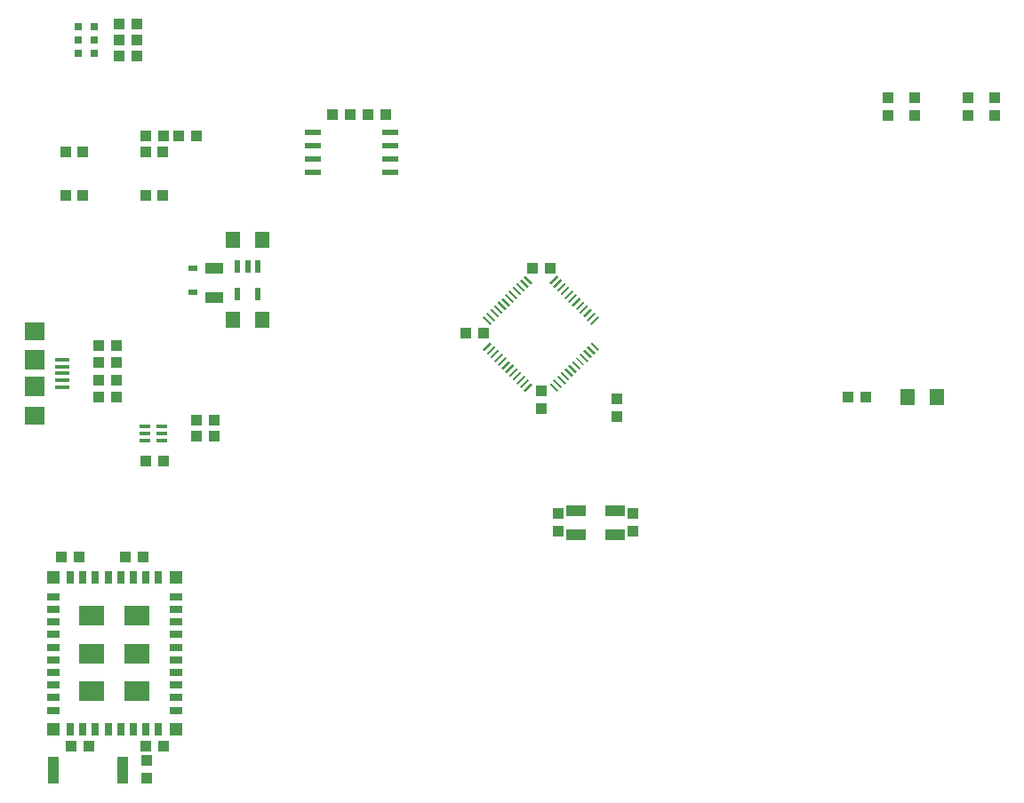
<source format=gtp>
G75*
G70*
%OFA0B0*%
%FSLAX24Y24*%
%IPPOS*%
%LPD*%
%AMOC8*
5,1,8,0,0,1.08239X$1,22.5*
%
%ADD10R,0.0551X0.0630*%
%ADD11R,0.0394X0.0433*%
%ADD12R,0.0315X0.0315*%
%ADD13R,0.0217X0.0472*%
%ADD14R,0.0748X0.0433*%
%ADD15R,0.0551X0.0138*%
%ADD16R,0.0748X0.0709*%
%ADD17R,0.0748X0.0748*%
%ADD18R,0.0709X0.0394*%
%ADD19R,0.0327X0.0248*%
%ADD20R,0.0079X0.0394*%
%ADD21R,0.0394X0.0079*%
%ADD22R,0.0433X0.0394*%
%ADD23R,0.0472X0.0472*%
%ADD24R,0.0472X0.0276*%
%ADD25R,0.0276X0.0472*%
%ADD26R,0.0945X0.0748*%
%ADD27R,0.0400X0.1000*%
%ADD28R,0.0394X0.0394*%
%ADD29R,0.0590X0.0220*%
%ADD30R,0.0390X0.0118*%
D10*
X009692Y018205D03*
X010794Y018205D03*
X010794Y021205D03*
X009692Y021205D03*
X034992Y015305D03*
X036094Y015305D03*
D11*
X024693Y010940D03*
X024693Y010270D03*
X021893Y010270D03*
X021893Y010940D03*
X024093Y014570D03*
X024093Y015240D03*
X021243Y015540D03*
X021243Y014870D03*
X008977Y014455D03*
X008977Y013855D03*
X008308Y013855D03*
X008308Y014455D03*
X007077Y012905D03*
X006408Y012905D03*
X005327Y015305D03*
X004658Y015305D03*
X004658Y015955D03*
X005327Y015955D03*
X005327Y016605D03*
X004658Y016605D03*
X004658Y017255D03*
X005327Y017255D03*
X007658Y025105D03*
X008327Y025105D03*
X006077Y028105D03*
X006077Y028705D03*
X006077Y029305D03*
X005408Y029305D03*
X005408Y028705D03*
X005408Y028105D03*
X013408Y025905D03*
X014077Y025905D03*
X006327Y009305D03*
X005658Y009305D03*
X004277Y002205D03*
X003608Y002205D03*
X006443Y001690D03*
X006443Y001020D03*
D12*
X004488Y028205D03*
X003898Y028205D03*
X003898Y028705D03*
X003898Y029205D03*
X004488Y029205D03*
X004488Y028705D03*
D13*
X009869Y020217D03*
X010243Y020217D03*
X010617Y020217D03*
X010617Y019193D03*
X009869Y019193D03*
D14*
X022564Y011058D03*
X022564Y010152D03*
X024021Y010152D03*
X024021Y011058D03*
D15*
X003286Y015693D03*
X003286Y015949D03*
X003286Y016205D03*
X003286Y016461D03*
X003286Y016717D03*
D16*
X002243Y017780D03*
X002243Y014630D03*
D17*
X002243Y015705D03*
X002243Y016705D03*
D18*
X008993Y019054D03*
X008993Y020156D03*
D19*
X008193Y020158D03*
X008193Y019252D03*
D20*
G36*
X019390Y018081D02*
X019335Y018026D01*
X019058Y018303D01*
X019113Y018358D01*
X019390Y018081D01*
G37*
G36*
X019530Y018220D02*
X019475Y018165D01*
X019198Y018442D01*
X019253Y018497D01*
X019530Y018220D01*
G37*
G36*
X019669Y018360D02*
X019614Y018305D01*
X019337Y018582D01*
X019392Y018637D01*
X019669Y018360D01*
G37*
G36*
X019808Y018499D02*
X019753Y018444D01*
X019476Y018721D01*
X019531Y018776D01*
X019808Y018499D01*
G37*
G36*
X019947Y018638D02*
X019892Y018583D01*
X019615Y018860D01*
X019670Y018915D01*
X019947Y018638D01*
G37*
G36*
X020086Y018777D02*
X020031Y018722D01*
X019754Y018999D01*
X019809Y019054D01*
X020086Y018777D01*
G37*
G36*
X020226Y018916D02*
X020171Y018861D01*
X019894Y019138D01*
X019949Y019193D01*
X020226Y018916D01*
G37*
G36*
X020365Y019056D02*
X020310Y019001D01*
X020033Y019278D01*
X020088Y019333D01*
X020365Y019056D01*
G37*
G36*
X020504Y019195D02*
X020449Y019140D01*
X020172Y019417D01*
X020227Y019472D01*
X020504Y019195D01*
G37*
G36*
X020643Y019334D02*
X020588Y019279D01*
X020311Y019556D01*
X020366Y019611D01*
X020643Y019334D01*
G37*
G36*
X020782Y019473D02*
X020727Y019418D01*
X020450Y019695D01*
X020505Y019750D01*
X020782Y019473D01*
G37*
G36*
X020922Y019612D02*
X020867Y019557D01*
X020590Y019834D01*
X020645Y019889D01*
X020922Y019612D01*
G37*
G36*
X023427Y017107D02*
X023372Y017052D01*
X023095Y017329D01*
X023150Y017384D01*
X023427Y017107D01*
G37*
G36*
X023288Y016968D02*
X023233Y016913D01*
X022956Y017190D01*
X023011Y017245D01*
X023288Y016968D01*
G37*
G36*
X023149Y016828D02*
X023094Y016773D01*
X022817Y017050D01*
X022872Y017105D01*
X023149Y016828D01*
G37*
G36*
X023010Y016689D02*
X022955Y016634D01*
X022678Y016911D01*
X022733Y016966D01*
X023010Y016689D01*
G37*
G36*
X022870Y016550D02*
X022815Y016495D01*
X022538Y016772D01*
X022593Y016827D01*
X022870Y016550D01*
G37*
G36*
X022731Y016411D02*
X022676Y016356D01*
X022399Y016633D01*
X022454Y016688D01*
X022731Y016411D01*
G37*
G36*
X022592Y016272D02*
X022537Y016217D01*
X022260Y016494D01*
X022315Y016549D01*
X022592Y016272D01*
G37*
G36*
X022453Y016132D02*
X022398Y016077D01*
X022121Y016354D01*
X022176Y016409D01*
X022453Y016132D01*
G37*
G36*
X022314Y015993D02*
X022259Y015938D01*
X021982Y016215D01*
X022037Y016270D01*
X022314Y015993D01*
G37*
G36*
X022174Y015854D02*
X022119Y015799D01*
X021842Y016076D01*
X021897Y016131D01*
X022174Y015854D01*
G37*
G36*
X022035Y015715D02*
X021980Y015660D01*
X021703Y015937D01*
X021758Y015992D01*
X022035Y015715D01*
G37*
G36*
X021896Y015576D02*
X021841Y015521D01*
X021564Y015798D01*
X021619Y015853D01*
X021896Y015576D01*
G37*
D21*
G36*
X020922Y015798D02*
X020645Y015521D01*
X020590Y015576D01*
X020867Y015853D01*
X020922Y015798D01*
G37*
G36*
X020782Y015937D02*
X020505Y015660D01*
X020450Y015715D01*
X020727Y015992D01*
X020782Y015937D01*
G37*
G36*
X020643Y016076D02*
X020366Y015799D01*
X020311Y015854D01*
X020588Y016131D01*
X020643Y016076D01*
G37*
G36*
X020504Y016215D02*
X020227Y015938D01*
X020172Y015993D01*
X020449Y016270D01*
X020504Y016215D01*
G37*
G36*
X020365Y016354D02*
X020088Y016077D01*
X020033Y016132D01*
X020310Y016409D01*
X020365Y016354D01*
G37*
G36*
X020226Y016494D02*
X019949Y016217D01*
X019894Y016272D01*
X020171Y016549D01*
X020226Y016494D01*
G37*
G36*
X020086Y016633D02*
X019809Y016356D01*
X019754Y016411D01*
X020031Y016688D01*
X020086Y016633D01*
G37*
G36*
X019947Y016772D02*
X019670Y016495D01*
X019615Y016550D01*
X019892Y016827D01*
X019947Y016772D01*
G37*
G36*
X019808Y016911D02*
X019531Y016634D01*
X019476Y016689D01*
X019753Y016966D01*
X019808Y016911D01*
G37*
G36*
X019669Y017050D02*
X019392Y016773D01*
X019337Y016828D01*
X019614Y017105D01*
X019669Y017050D01*
G37*
G36*
X019530Y017190D02*
X019253Y016913D01*
X019198Y016968D01*
X019475Y017245D01*
X019530Y017190D01*
G37*
G36*
X019390Y017329D02*
X019113Y017052D01*
X019058Y017107D01*
X019335Y017384D01*
X019390Y017329D01*
G37*
G36*
X022035Y019695D02*
X021758Y019418D01*
X021703Y019473D01*
X021980Y019750D01*
X022035Y019695D01*
G37*
G36*
X022174Y019556D02*
X021897Y019279D01*
X021842Y019334D01*
X022119Y019611D01*
X022174Y019556D01*
G37*
G36*
X022314Y019417D02*
X022037Y019140D01*
X021982Y019195D01*
X022259Y019472D01*
X022314Y019417D01*
G37*
G36*
X022453Y019278D02*
X022176Y019001D01*
X022121Y019056D01*
X022398Y019333D01*
X022453Y019278D01*
G37*
G36*
X022592Y019138D02*
X022315Y018861D01*
X022260Y018916D01*
X022537Y019193D01*
X022592Y019138D01*
G37*
G36*
X022731Y018999D02*
X022454Y018722D01*
X022399Y018777D01*
X022676Y019054D01*
X022731Y018999D01*
G37*
G36*
X022870Y018860D02*
X022593Y018583D01*
X022538Y018638D01*
X022815Y018915D01*
X022870Y018860D01*
G37*
G36*
X023010Y018721D02*
X022733Y018444D01*
X022678Y018499D01*
X022955Y018776D01*
X023010Y018721D01*
G37*
G36*
X023149Y018582D02*
X022872Y018305D01*
X022817Y018360D01*
X023094Y018637D01*
X023149Y018582D01*
G37*
G36*
X023288Y018442D02*
X023011Y018165D01*
X022956Y018220D01*
X023233Y018497D01*
X023288Y018442D01*
G37*
G36*
X023427Y018303D02*
X023150Y018026D01*
X023095Y018081D01*
X023372Y018358D01*
X023427Y018303D01*
G37*
G36*
X021896Y019834D02*
X021619Y019557D01*
X021564Y019612D01*
X021841Y019889D01*
X021896Y019834D01*
G37*
D22*
X021577Y020155D03*
X020908Y020155D03*
X019077Y017705D03*
X018408Y017705D03*
X015427Y025905D03*
X014758Y025905D03*
X007077Y025105D03*
X006408Y025105D03*
X003927Y009305D03*
X003258Y009305D03*
X006408Y002205D03*
X007077Y002205D03*
X032758Y015305D03*
X033427Y015305D03*
X034243Y025870D03*
X034243Y026540D03*
X035243Y026540D03*
X035243Y025870D03*
X037243Y025870D03*
X037243Y026540D03*
X038243Y026540D03*
X038243Y025870D03*
D23*
X007546Y008548D03*
X002940Y008548D03*
X002940Y002839D03*
X007546Y002839D03*
D24*
X007546Y003567D03*
X007546Y004040D03*
X007546Y004512D03*
X007546Y004985D03*
X007546Y005457D03*
X007546Y005929D03*
X007546Y006402D03*
X007546Y006874D03*
X007546Y007347D03*
X007546Y007819D03*
X002940Y007819D03*
X002940Y007347D03*
X002940Y006874D03*
X002940Y006402D03*
X002940Y005929D03*
X002940Y005457D03*
X002940Y004985D03*
X002940Y004512D03*
X002940Y004040D03*
X002940Y003567D03*
D25*
X003589Y002839D03*
X004062Y002839D03*
X004534Y002839D03*
X005007Y002839D03*
X005479Y002839D03*
X005951Y002839D03*
X006424Y002839D03*
X006896Y002839D03*
X006896Y008548D03*
X006424Y008548D03*
X005951Y008548D03*
X005479Y008548D03*
X005007Y008548D03*
X004534Y008548D03*
X004062Y008548D03*
X003589Y008548D03*
D26*
X004396Y007111D03*
X006089Y007111D03*
X006089Y005693D03*
X006089Y004276D03*
X004396Y004276D03*
X004396Y005693D03*
D27*
X002943Y001305D03*
X005543Y001305D03*
D28*
X006428Y022878D03*
X007058Y022878D03*
X007058Y024532D03*
X006428Y024532D03*
X004058Y024532D03*
X003428Y024532D03*
X003428Y022878D03*
X004058Y022878D03*
D29*
X012703Y023755D03*
X012703Y024255D03*
X012703Y024755D03*
X012703Y025255D03*
X015583Y025255D03*
X015583Y024755D03*
X015583Y024255D03*
X015583Y023755D03*
D30*
X007008Y014211D03*
X007008Y013955D03*
X007008Y013699D03*
X006374Y013699D03*
X006374Y013955D03*
X006374Y014211D03*
M02*

</source>
